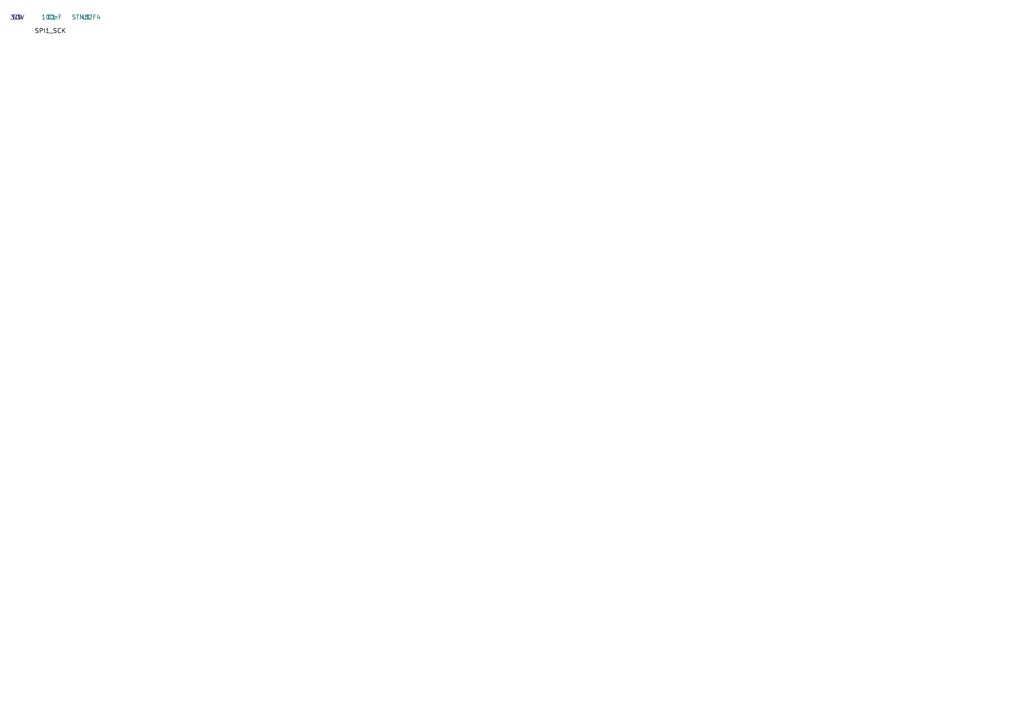
<source format=kicad_sch>
(kicad_sch (version 20211014) (generator kiutils)
  (paper "A4")

  (title_block
    (title "Test Schematic")
    (date "2026-02-17")
    (rev "1.0")
    (company "TestCo")
  )
  (lib_symbols)

  (label "SPI1_SCK" (at 10 10 0)
    (effects (font (size 1.27 1.27)) (justify left bottom))
    (uuid bbbb-0001)
  )

  (symbol (lib_id "Device:R") (at 5 5 0) (unit 1)
    (in_bom yes) (on_board yes)
    (uuid aaaa-0001)
    (property "Reference" "R1" (at 5 5 0)
      (effects (font (size 1.27 1.27)))
    )
    (property "Value" "10k" (at 5 5 0)
      (effects (font (size 1.27 1.27)))
    )
    (property "Footprint" "Resistor_SMD:R_0402_1005Metric" (at 5 5 0)
      (effects (font (size 1.27 1.27)) hide)
    )
    (property "Datasheet" "~" (at 5 5 0)
      (effects (font (size 1.27 1.27)) hide)
    )
    (property "Voltage" "3.3V" (at 5 5 0)
      (effects (font (size 1.27 1.27)))
    )
    (instances
      (project "test"
        (path "/"
          (reference "R1") (unit 1)
        )
      )
    )
  )

  (symbol (lib_id "Device:C") (at 15 5 0) (unit 1)
    (in_bom yes) (on_board yes)
    (uuid aaaa-0002)
    (property "Reference" "C1" (at 15 5 0)
      (effects (font (size 1.27 1.27)))
    )
    (property "Value" "100nF" (at 15 5 0)
      (effects (font (size 1.27 1.27)))
    )
    (property "Footprint" "Capacitor_SMD:C_0402_1005Metric" (at 15 5 0)
      (effects (font (size 1.27 1.27)) hide)
    )
    (property "Datasheet" "~" (at 15 5 0)
      (effects (font (size 1.27 1.27)) hide)
    )
    (instances
      (project "test"
        (path "/"
          (reference "C1") (unit 1)
        )
      )
    )
  )

  (symbol (lib_id "Device:IC") (at 25 5 0) (unit 1)
    (in_bom yes) (on_board yes)
    (uuid aaaa-0003)
    (property "Reference" "U1" (at 25 5 0)
      (effects (font (size 1.27 1.27)))
    )
    (property "Value" "STM32F4" (at 25 5 0)
      (effects (font (size 1.27 1.27)))
    )
    (property "Footprint" "" (at 25 5 0)
      (effects (font (size 1.27 1.27)) hide)
    )
    (property "Datasheet" "~" (at 25 5 0)
      (effects (font (size 1.27 1.27)) hide)
    )
    (instances
      (project "test"
        (path "/"
          (reference "U1") (unit 1)
        )
      )
    )
  )

  (sheet_instances
    (path "/" (page "1"))
  )
)

</source>
